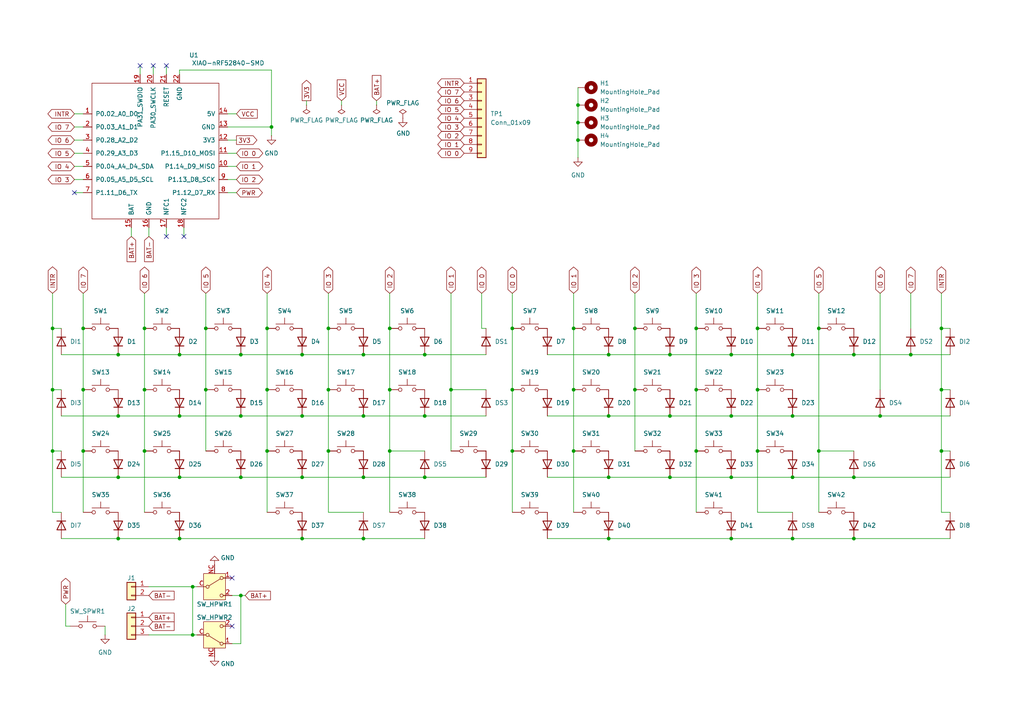
<source format=kicad_sch>
(kicad_sch (version 20250114) (generator "eeschema") (generator_version "9.0")
  (paper "A4")
  (title_block (title "n40a8c") (date "2025-04-17") (rev "1.0"))
  (junction (at 95.25 113.03))
  (junction (at 166.37 113.03))
  (junction (at 41.91 95.25))
  (junction (at 15.24 113.03))
  (junction (at 194.31 102.87))
  (junction (at 148.59 95.25))
  (junction (at 24.13 95.25))
  (junction (at 52.07 120.65))
  (junction (at 148.59 113.03))
  (junction (at 166.37 95.25))
  (junction (at 237.49 95.25))
  (junction (at 77.47 113.03))
  (junction (at 34.29 120.65))
  (junction (at 52.07 138.43))
  (junction (at 24.13 113.03))
  (junction (at 184.15 95.25))
  (junction (at 105.41 138.43))
  (junction (at 15.24 95.25))
  (junction (at 201.93 113.03))
  (junction (at 113.03 95.25))
  (junction (at 55.88 184.15))
  (junction (at 247.65 138.43))
  (junction (at 219.71 130.81))
  (junction (at 59.69 113.03))
  (junction (at 34.29 156.21))
  (junction (at 123.19 138.43))
  (junction (at 41.91 113.03))
  (junction (at 212.09 156.21))
  (junction (at 237.49 130.81))
  (junction (at 87.63 156.21))
  (junction (at 123.19 120.65))
  (junction (at 87.63 102.87))
  (junction (at 273.05 95.25))
  (junction (at 105.41 102.87))
  (junction (at 34.29 138.43))
  (junction (at 229.87 102.87))
  (junction (at 148.59 130.81))
  (junction (at 273.05 130.81))
  (junction (at 105.41 156.21))
  (junction (at 167.64 35.56))
  (junction (at 69.85 138.43))
  (junction (at 176.53 156.21))
  (junction (at 34.29 102.87))
  (junction (at 229.87 120.65))
  (junction (at 176.53 102.87))
  (junction (at 167.64 30.48))
  (junction (at 212.09 102.87))
  (junction (at 87.63 120.65))
  (junction (at 77.47 95.25))
  (junction (at 52.07 102.87))
  (junction (at 15.24 130.81))
  (junction (at 78.74 36.83))
  (junction (at 24.13 130.81))
  (junction (at 247.65 156.21))
  (junction (at 69.85 172.72))
  (junction (at 201.93 130.81))
  (junction (at 166.37 130.81))
  (junction (at 55.88 170.18))
  (junction (at 87.63 138.43))
  (junction (at 176.53 138.43))
  (junction (at 105.41 120.65))
  (junction (at 123.19 102.87))
  (junction (at 77.47 130.81))
  (junction (at 194.31 120.65))
  (junction (at 194.31 138.43))
  (junction (at 41.91 130.81))
  (junction (at 59.69 95.25))
  (junction (at 229.87 156.21))
  (junction (at 273.05 113.03))
  (junction (at 176.53 120.65))
  (junction (at 255.27 120.65))
  (junction (at 264.16 102.87))
  (junction (at 95.25 95.25))
  (junction (at 247.65 102.87))
  (junction (at 219.71 113.03))
  (junction (at 113.03 130.81))
  (junction (at 113.03 113.03))
  (junction (at 95.25 130.81))
  (junction (at 212.09 138.43))
  (junction (at 219.71 95.25))
  (junction (at 201.93 95.25))
  (junction (at 69.85 102.87))
  (junction (at 184.15 113.03))
  (junction (at 52.07 156.21))
  (junction (at 167.64 40.64))
  (junction (at 212.09 120.65))
  (junction (at 130.81 113.03))
  (junction (at 69.85 120.65))
  (junction (at 229.87 138.43))
  (no_connect (at 48.26 19.05))
  (no_connect (at 67.31 181.61))
  (no_connect (at 53.34 68.58))
  (no_connect (at 67.31 167.64))
  (no_connect (at 40.64 19.05))
  (no_connect (at 48.26 68.58))
  (no_connect (at 21.59 55.88))
  (no_connect (at 44.45 19.05))
  (wire (pts (xy 78.74 36.83) (xy 78.74 39.37)))
  (wire (pts (xy 66.04 44.45) (xy 68.58 44.45)))
  (wire (pts (xy 95.25 95.25) (xy 95.25 113.03)))
  (wire (pts (xy 59.69 95.25) (xy 59.69 113.03)))
  (wire (pts (xy 109.22 30.48) (xy 109.22 29.21)))
  (wire (pts (xy 123.19 130.81) (xy 113.03 130.81)))
  (wire (pts (xy 255.27 85.09) (xy 255.27 113.03)))
  (wire (pts (xy 201.93 85.09) (xy 201.93 95.25)))
  (wire (pts (xy 194.31 120.65) (xy 212.09 120.65)))
  (wire (pts (xy 52.07 102.87) (xy 34.29 102.87)))
  (wire (pts (xy 19.05 181.61) (xy 20.32 181.61)))
  (wire (pts (xy 66.04 33.02) (xy 68.58 33.02)))
  (wire (pts (xy 66.04 36.83) (xy 78.74 36.83)))
  (wire (pts (xy 176.53 156.21) (xy 212.09 156.21)))
  (wire (pts (xy 158.75 138.43) (xy 176.53 138.43)))
  (wire (pts (xy 105.41 138.43) (xy 87.63 138.43)))
  (wire (pts (xy 69.85 120.65) (xy 52.07 120.65)))
  (wire (pts (xy 48.26 19.05) (xy 48.26 21.59)))
  (wire (pts (xy 24.13 85.09) (xy 24.13 95.25)))
  (wire (pts (xy 95.25 113.03) (xy 95.25 130.81)))
  (wire (pts (xy 77.47 130.81) (xy 77.47 148.59)))
  (wire (pts (xy 40.64 19.05) (xy 40.64 21.59)))
  (wire (pts (xy 123.19 138.43) (xy 140.97 138.43)))
  (wire (pts (xy 41.91 85.09) (xy 41.91 95.25)))
  (wire (pts (xy 148.59 113.03) (xy 148.59 130.81)))
  (wire (pts (xy 17.78 102.87) (xy 34.29 102.87)))
  (wire (pts (xy 140.97 120.65) (xy 123.19 120.65)))
  (wire (pts (xy 184.15 85.09) (xy 184.15 95.25)))
  (wire (pts (xy 67.31 172.72) (xy 69.85 172.72)))
  (wire (pts (xy 41.91 95.25) (xy 41.91 113.03)))
  (wire (pts (xy 69.85 102.87) (xy 52.07 102.87)))
  (wire (pts (xy 21.59 52.07) (xy 24.13 52.07)))
  (wire (pts (xy 167.64 35.56) (xy 167.64 40.64)))
  (wire (pts (xy 24.13 130.81) (xy 24.13 148.59)))
  (wire (pts (xy 87.63 102.87) (xy 69.85 102.87)))
  (wire (pts (xy 77.47 95.25) (xy 77.47 113.03)))
  (wire (pts (xy 273.05 85.09) (xy 273.05 95.25)))
  (wire (pts (xy 66.04 48.26) (xy 68.58 48.26)))
  (wire (pts (xy 229.87 156.21) (xy 247.65 156.21)))
  (wire (pts (xy 48.26 66.04) (xy 48.26 68.58)))
  (wire (pts (xy 21.59 40.64) (xy 24.13 40.64)))
  (wire (pts (xy 237.49 130.81) (xy 237.49 148.59)))
  (wire (pts (xy 15.24 130.81) (xy 15.24 148.59)))
  (wire (pts (xy 158.75 156.21) (xy 176.53 156.21)))
  (wire (pts (xy 41.91 113.03) (xy 41.91 130.81)))
  (wire (pts (xy 95.25 130.81) (xy 95.25 148.59)))
  (wire (pts (xy 66.04 40.64) (xy 68.58 40.64)))
  (wire (pts (xy 77.47 113.03) (xy 77.47 130.81)))
  (wire (pts (xy 148.59 95.25) (xy 148.59 113.03)))
  (wire (pts (xy 158.75 120.65) (xy 176.53 120.65)))
  (wire (pts (xy 219.71 95.25) (xy 219.71 113.03)))
  (wire (pts (xy 212.09 156.21) (xy 229.87 156.21)))
  (wire (pts (xy 55.88 170.18) (xy 57.15 170.18)))
  (wire (pts (xy 275.59 130.81) (xy 273.05 130.81)))
  (wire (pts (xy 229.87 102.87) (xy 247.65 102.87)))
  (wire (pts (xy 43.18 170.18) (xy 55.88 170.18)))
  (wire (pts (xy 229.87 120.65) (xy 255.27 120.65)))
  (wire (pts (xy 139.7 85.09) (xy 139.7 95.25)))
  (wire (pts (xy 275.59 148.59) (xy 273.05 148.59)))
  (wire (pts (xy 275.59 95.25) (xy 273.05 95.25)))
  (wire (pts (xy 194.31 138.43) (xy 212.09 138.43)))
  (wire (pts (xy 255.27 120.65) (xy 275.59 120.65)))
  (wire (pts (xy 237.49 95.25) (xy 237.49 130.81)))
  (wire (pts (xy 113.03 95.25) (xy 113.03 113.03)))
  (wire (pts (xy 59.69 85.09) (xy 59.69 95.25)))
  (wire (pts (xy 219.71 113.03) (xy 219.71 130.81)))
  (wire (pts (xy 166.37 95.25) (xy 166.37 113.03)))
  (wire (pts (xy 264.16 85.09) (xy 264.16 95.25)))
  (wire (pts (xy 77.47 85.09) (xy 77.47 95.25)))
  (wire (pts (xy 166.37 85.09) (xy 166.37 95.25)))
  (wire (pts (xy 273.05 130.81) (xy 273.05 148.59)))
  (wire (pts (xy 66.04 52.07) (xy 68.58 52.07)))
  (wire (pts (xy 139.7 95.25) (xy 140.97 95.25)))
  (wire (pts (xy 21.59 36.83) (xy 24.13 36.83)))
  (wire (pts (xy 105.41 156.21) (xy 123.19 156.21)))
  (wire (pts (xy 17.78 156.21) (xy 34.29 156.21)))
  (wire (pts (xy 99.06 30.48) (xy 99.06 29.21)))
  (wire (pts (xy 273.05 113.03) (xy 273.05 130.81)))
  (wire (pts (xy 52.07 138.43) (xy 34.29 138.43)))
  (wire (pts (xy 52.07 20.32) (xy 78.74 20.32)))
  (wire (pts (xy 247.65 156.21) (xy 275.59 156.21)))
  (wire (pts (xy 130.81 113.03) (xy 130.81 130.81)))
  (wire (pts (xy 247.65 102.87) (xy 264.16 102.87)))
  (wire (pts (xy 95.25 85.09) (xy 95.25 95.25)))
  (wire (pts (xy 59.69 113.03) (xy 59.69 130.81)))
  (wire (pts (xy 21.59 44.45) (xy 24.13 44.45)))
  (wire (pts (xy 15.24 95.25) (xy 17.78 95.25)))
  (wire (pts (xy 55.88 184.15) (xy 57.15 184.15)))
  (wire (pts (xy 66.04 55.88) (xy 68.58 55.88)))
  (wire (pts (xy 30.48 181.61) (xy 30.48 184.15)))
  (wire (pts (xy 15.24 130.81) (xy 17.78 130.81)))
  (wire (pts (xy 176.53 138.43) (xy 194.31 138.43)))
  (wire (pts (xy 167.64 40.64) (xy 167.64 45.72)))
  (wire (pts (xy 105.41 148.59) (xy 95.25 148.59)))
  (wire (pts (xy 78.74 20.32) (xy 78.74 36.83)))
  (wire (pts (xy 55.88 170.18) (xy 55.88 184.15)))
  (wire (pts (xy 52.07 156.21) (xy 87.63 156.21)))
  (wire (pts (xy 21.59 33.02) (xy 24.13 33.02)))
  (wire (pts (xy 229.87 138.43) (xy 247.65 138.43)))
  (wire (pts (xy 247.65 138.43) (xy 275.59 138.43)))
  (wire (pts (xy 148.59 85.09) (xy 148.59 95.25)))
  (wire (pts (xy 219.71 130.81) (xy 219.71 148.59)))
  (wire (pts (xy 201.93 95.25) (xy 201.93 113.03)))
  (wire (pts (xy 53.34 66.04) (xy 53.34 68.58)))
  (wire (pts (xy 43.18 66.04) (xy 43.18 68.58)))
  (wire (pts (xy 41.91 130.81) (xy 41.91 148.59)))
  (wire (pts (xy 219.71 148.59) (xy 229.87 148.59)))
  (wire (pts (xy 21.59 55.88) (xy 24.13 55.88)))
  (wire (pts (xy 105.41 138.43) (xy 123.19 138.43)))
  (wire (pts (xy 219.71 85.09) (xy 219.71 95.25)))
  (wire (pts (xy 69.85 172.72) (xy 71.12 172.72)))
  (wire (pts (xy 43.18 184.15) (xy 55.88 184.15)))
  (wire (pts (xy 113.03 85.09) (xy 113.03 95.25)))
  (wire (pts (xy 17.78 138.43) (xy 34.29 138.43)))
  (wire (pts (xy 52.07 120.65) (xy 34.29 120.65)))
  (wire (pts (xy 88.9 29.21) (xy 88.9 30.48)))
  (wire (pts (xy 24.13 113.03) (xy 24.13 130.81)))
  (wire (pts (xy 87.63 156.21) (xy 105.41 156.21)))
  (wire (pts (xy 184.15 113.03) (xy 184.15 130.81)))
  (wire (pts (xy 201.93 113.03) (xy 201.93 130.81)))
  (wire (pts (xy 212.09 102.87) (xy 229.87 102.87)))
  (wire (pts (xy 167.64 25.4) (xy 167.64 30.48)))
  (wire (pts (xy 264.16 102.87) (xy 275.59 102.87)))
  (wire (pts (xy 237.49 85.09) (xy 237.49 95.25)))
  (wire (pts (xy 194.31 102.87) (xy 212.09 102.87)))
  (wire (pts (xy 87.63 138.43) (xy 69.85 138.43)))
  (wire (pts (xy 34.29 156.21) (xy 52.07 156.21)))
  (wire (pts (xy 212.09 138.43) (xy 229.87 138.43)))
  (wire (pts (xy 123.19 102.87) (xy 105.41 102.87)))
  (wire (pts (xy 105.41 102.87) (xy 87.63 102.87)))
  (wire (pts (xy 184.15 95.25) (xy 184.15 113.03)))
  (wire (pts (xy 212.09 120.65) (xy 229.87 120.65)))
  (wire (pts (xy 273.05 95.25) (xy 273.05 113.03)))
  (wire (pts (xy 166.37 130.81) (xy 166.37 148.59)))
  (wire (pts (xy 15.24 113.03) (xy 17.78 113.03)))
  (wire (pts (xy 38.1 66.04) (xy 38.1 68.58)))
  (wire (pts (xy 15.24 113.03) (xy 15.24 130.81)))
  (wire (pts (xy 67.31 186.69) (xy 69.85 186.69)))
  (wire (pts (xy 69.85 138.43) (xy 52.07 138.43)))
  (wire (pts (xy 15.24 95.25) (xy 15.24 113.03)))
  (wire (pts (xy 113.03 113.03) (xy 113.03 130.81)))
  (wire (pts (xy 24.13 95.25) (xy 24.13 113.03)))
  (wire (pts (xy 19.05 175.26) (xy 19.05 181.61)))
  (wire (pts (xy 15.24 85.09) (xy 15.24 95.25)))
  (wire (pts (xy 15.24 148.59) (xy 17.78 148.59)))
  (wire (pts (xy 123.19 120.65) (xy 105.41 120.65)))
  (wire (pts (xy 21.59 48.26) (xy 24.13 48.26)))
  (wire (pts (xy 113.03 130.81) (xy 113.03 148.59)))
  (wire (pts (xy 176.53 102.87) (xy 194.31 102.87)))
  (wire (pts (xy 140.97 113.03) (xy 130.81 113.03)))
  (wire (pts (xy 105.41 120.65) (xy 87.63 120.65)))
  (wire (pts (xy 201.93 130.81) (xy 201.93 148.59)))
  (wire (pts (xy 69.85 172.72) (xy 69.85 186.69)))
  (wire (pts (xy 167.64 30.48) (xy 167.64 35.56)))
  (wire (pts (xy 166.37 113.03) (xy 166.37 130.81)))
  (wire (pts (xy 148.59 130.81) (xy 148.59 148.59)))
  (wire (pts (xy 87.63 120.65) (xy 69.85 120.65)))
  (wire (pts (xy 52.07 21.59) (xy 52.07 20.32)))
  (wire (pts (xy 275.59 113.03) (xy 273.05 113.03)))
  (wire (pts (xy 140.97 102.87) (xy 123.19 102.87)))
  (wire (pts (xy 158.75 102.87) (xy 176.53 102.87)))
  (wire (pts (xy 237.49 130.81) (xy 247.65 130.81)))
  (wire (pts (xy 130.81 85.09) (xy 130.81 113.03)))
  (wire (pts (xy 44.45 19.05) (xy 44.45 21.59)))
  (wire (pts (xy 176.53 120.65) (xy 194.31 120.65)))
  (wire (pts (xy 17.78 120.65) (xy 34.29 120.65)))
  (global_label "IO 0" (shape bidirectional) (at 139.7 85.09 90) (property "Intersheetrefs" "${INTERSHEET_REFS}" (effects (hide yes))))
  (global_label "IO 7" (shape bidirectional) (at 24.13 85.09 90) (property "Intersheetrefs" "${INTERSHEET_REFS}" (effects (hide yes))))
  (global_label "IO 3" (shape bidirectional) (at 21.59 52.07 180) (property "Intersheetrefs" "${INTERSHEET_REFS}" (effects (hide yes))))
  (global_label "IO 1" (shape bidirectional) (at 166.37 85.09 90) (property "Intersheetrefs" "${INTERSHEET_REFS}" (effects (hide yes))))
  (global_label "IO 3" (shape bidirectional) (at 134.62 36.83 180) (property "Intersheetrefs" "${INTERSHEET_REFS}" (effects (hide yes))))
  (global_label "BAT+" (shape input) (at 109.22 29.21 90) (property "Intersheetrefs" "${INTERSHEET_REFS}" (effects (hide yes))))
  (global_label "PWR" (shape bidirectional) (at 68.58 55.88 0) (property "Intersheetrefs" "${INTERSHEET_REFS}" (effects (hide yes))))
  (global_label "BAT-" (shape input) (at 43.18 181.61 0) (property "Intersheetrefs" "${INTERSHEET_REFS}" (effects (hide yes))))
  (global_label "IO 0" (shape bidirectional) (at 68.58 44.45 0) (property "Intersheetrefs" "${INTERSHEET_REFS}" (effects (hide yes))))
  (global_label "IO 2" (shape bidirectional) (at 68.58 52.07 0) (property "Intersheetrefs" "${INTERSHEET_REFS}" (effects (hide yes))))
  (global_label "IO 0" (shape bidirectional) (at 134.62 44.45 180) (property "Intersheetrefs" "${INTERSHEET_REFS}" (effects (hide yes))))
  (global_label "INTR" (shape bidirectional) (at 15.24 85.09 90) (property "Intersheetrefs" "${INTERSHEET_REFS}" (effects (hide yes))))
  (global_label "IO 4" (shape bidirectional) (at 219.71 85.09 90) (property "Intersheetrefs" "${INTERSHEET_REFS}" (effects (hide yes))))
  (global_label "IO 3" (shape bidirectional) (at 201.93 85.09 90) (property "Intersheetrefs" "${INTERSHEET_REFS}" (effects (hide yes))))
  (global_label "INTR" (shape bidirectional) (at 134.62 24.13 180) (property "Intersheetrefs" "${INTERSHEET_REFS}" (effects (hide yes))))
  (global_label "IO 6" (shape bidirectional) (at 134.62 29.21 180) (property "Intersheetrefs" "${INTERSHEET_REFS}" (effects (hide yes))))
  (global_label "IO 6" (shape bidirectional) (at 255.27 85.09 90) (property "Intersheetrefs" "${INTERSHEET_REFS}" (effects (hide yes))))
  (global_label "BAT-" (shape input) (at 43.18 172.72 0) (property "Intersheetrefs" "${INTERSHEET_REFS}" (effects (hide yes))))
  (global_label "IO 2" (shape bidirectional) (at 134.62 39.37 180) (property "Intersheetrefs" "${INTERSHEET_REFS}" (effects (hide yes))))
  (global_label "IO 2" (shape bidirectional) (at 184.15 85.09 90) (property "Intersheetrefs" "${INTERSHEET_REFS}" (effects (hide yes))))
  (global_label "IO 6" (shape bidirectional) (at 41.91 85.09 90) (property "Intersheetrefs" "${INTERSHEET_REFS}" (effects (hide yes))))
  (global_label "IO 5" (shape bidirectional) (at 21.59 44.45 180) (property "Intersheetrefs" "${INTERSHEET_REFS}" (effects (hide yes))))
  (global_label "INTR" (shape bidirectional) (at 273.05 85.09 90) (property "Intersheetrefs" "${INTERSHEET_REFS}" (effects (hide yes))))
  (global_label "IO 5" (shape bidirectional) (at 134.62 31.75 180) (property "Intersheetrefs" "${INTERSHEET_REFS}" (effects (hide yes))))
  (global_label "IO 5" (shape bidirectional) (at 237.49 85.09 90) (property "Intersheetrefs" "${INTERSHEET_REFS}" (effects (hide yes))))
  (global_label "IO 7" (shape bidirectional) (at 134.62 26.67 180) (property "Intersheetrefs" "${INTERSHEET_REFS}" (effects (hide yes))))
  (global_label "VCC" (shape input) (at 68.58 33.02 0) (property "Intersheetrefs" "${INTERSHEET_REFS}" (effects (hide yes))))
  (global_label "IO 7" (shape bidirectional) (at 264.16 85.09 90) (property "Intersheetrefs" "${INTERSHEET_REFS}" (effects (hide yes))))
  (global_label "IO 3" (shape bidirectional) (at 95.25 85.09 90) (property "Intersheetrefs" "${INTERSHEET_REFS}" (effects (hide yes))))
  (global_label "IO 4" (shape bidirectional) (at 134.62 34.29 180) (property "Intersheetrefs" "${INTERSHEET_REFS}" (effects (hide yes))))
  (global_label "BAT+" (shape input) (at 43.18 179.07 0) (property "Intersheetrefs" "${INTERSHEET_REFS}" (effects (hide yes))))
  (global_label "IO 6" (shape bidirectional) (at 21.59 40.64 180) (property "Intersheetrefs" "${INTERSHEET_REFS}" (effects (hide yes))))
  (global_label "PWR" (shape bidirectional) (at 19.05 175.26 90) (property "Intersheetrefs" "${INTERSHEET_REFS}" (effects (hide yes))))
  (global_label "3V3" (shape output) (at 88.9 29.21 90) (property "Intersheetrefs" "${INTERSHEET_REFS}" (effects (hide yes))))
  (global_label "INTR" (shape bidirectional) (at 21.59 33.02 180) (property "Intersheetrefs" "${INTERSHEET_REFS}" (effects (hide yes))))
  (global_label "IO 0" (shape bidirectional) (at 148.59 85.09 90) (property "Intersheetrefs" "${INTERSHEET_REFS}" (effects (hide yes))))
  (global_label "VCC" (shape input) (at 99.06 29.21 90) (property "Intersheetrefs" "${INTERSHEET_REFS}" (effects (hide yes))))
  (global_label "BAT+" (shape input) (at 38.1 68.58 270) (property "Intersheetrefs" "${INTERSHEET_REFS}" (effects (hide yes))))
  (global_label "BAT-" (shape input) (at 43.18 68.58 270) (property "Intersheetrefs" "${INTERSHEET_REFS}" (effects (hide yes))))
  (global_label "IO 4" (shape bidirectional) (at 21.59 48.26 180) (property "Intersheetrefs" "${INTERSHEET_REFS}" (effects (hide yes))))
  (global_label "IO 2" (shape bidirectional) (at 113.03 85.09 90) (property "Intersheetrefs" "${INTERSHEET_REFS}" (effects (hide yes))))
  (global_label "IO 1" (shape bidirectional) (at 134.62 41.91 180) (property "Intersheetrefs" "${INTERSHEET_REFS}" (effects (hide yes))))
  (global_label "IO 5" (shape bidirectional) (at 59.69 85.09 90) (property "Intersheetrefs" "${INTERSHEET_REFS}" (effects (hide yes))))
  (global_label "BAT+" (shape input) (at 71.12 172.72 0) (property "Intersheetrefs" "${INTERSHEET_REFS}" (effects (hide yes))))
  (global_label "IO 7" (shape bidirectional) (at 21.59 36.83 180) (property "Intersheetrefs" "${INTERSHEET_REFS}" (effects (hide yes))))
  (global_label "IO 4" (shape bidirectional) (at 77.47 85.09 90) (property "Intersheetrefs" "${INTERSHEET_REFS}" (effects (hide yes))))
  (global_label "IO 1" (shape bidirectional) (at 68.58 48.26 0) (property "Intersheetrefs" "${INTERSHEET_REFS}" (effects (hide yes))))
  (global_label "3V3" (shape output) (at 68.58 40.64 0) (property "Intersheetrefs" "${INTERSHEET_REFS}" (effects (hide yes))))
  (global_label "IO 1" (shape bidirectional) (at 130.81 85.09 90) (property "Intersheetrefs" "${INTERSHEET_REFS}" (effects (hide yes))))
  (symbol (lib_id "power:PWR_FLAG") (at 109.22 30.48 180) (unit 1)
    (property "Reference" "#FLG03" (effects (hide yes)))
    (property "Value" "PWR_FLAG" (at 109.22 34.8742 0))
  )
  (symbol (lib_id "power:GND") (at 116.84 34.29 0) (unit 1)
    (property "Reference" "#PWR01" (effects (hide yes)))
    (property "Value" "GND" (at 116.967 38.6842 0))
  )
  (symbol (lib_id "power:PWR_FLAG") (at 116.84 34.29 0) (unit 1)
    (property "Reference" "#FLG04" (effects (hide yes)))
    (property "Value" "PWR_FLAG" (at 116.84 29.8704 0))
  )
  (symbol (lib_id "power:PWR_FLAG") (at 99.06 30.48 180) (unit 1)
    (property "Reference" "#FLG02" (effects (hide yes)))
    (property "Value" "PWR_FLAG" (at 99.06 34.8742 0))
  )
  (symbol (lib_id "Diode:1N4148W") (at 275.59 152.4 270) (unit 1)
    (property "Reference" "DI8" (at 278.13 152.3999 90) (effects (justify left)))
    (property "Value" "1N4148W" (effects (hide yes)))
    (property "Footprint" "Diode_SMD:D_SOD-123" (effects (hide yes)))
    (property "Datasheet" "https://www.vishay.com/docs/85748/1n4148w.pdf" (effects (hide yes)))
    (property "Description" "75V 0.15A Fast Switching Diode, SOD-123" (effects (hide yes)))
    (property "Sim.Device" "D" (effects (hide yes)))
    (property "Sim.Pins" "1=K 2=A" (effects (hide yes)))
  )
  (symbol (lib_id "Diode:1N4148W") (at 52.07 134.62 90) (unit 1)
    (property "Reference" "D25" (at 54.61 134.6199 90) (effects (justify right)))
    (property "Value" "1N4148W" (effects (hide yes)))
    (property "Footprint" "Diode_SMD:D_SOD-123" (effects (hide yes)))
    (property "Datasheet" "https://www.vishay.com/docs/85748/1n4148w.pdf" (effects (hide yes)))
    (property "Description" "75V 0.15A Fast Switching Diode, SOD-123" (effects (hide yes)))
    (property "Sim.Device" "D" (effects (hide yes)))
    (property "Sim.Pins" "1=K 2=A" (effects (hide yes)))
  )
  (symbol (lib_id "Diode:1N4148W") (at 140.97 116.84 270) (unit 1)
    (property "Reference" "DS3" (at 143.51 116.8399 90) (effects (justify left)))
    (property "Value" "1N4148W" (effects (hide yes)))
    (property "Footprint" "Diode_SMD:D_SOD-123" (effects (hide yes)))
    (property "Datasheet" "https://www.vishay.com/docs/85748/1n4148w.pdf" (effects (hide yes)))
    (property "Description" "75V 0.15A Fast Switching Diode, SOD-123" (effects (hide yes)))
    (property "Sim.Device" "D" (effects (hide yes)))
    (property "Sim.Pins" "1=K 2=A" (effects (hide yes)))
  )
  (symbol (lib_id "Mechanical:MountingHole_Pad") (at 170.18 25.4 270) (unit 1) (in_bom no)
    (property "Reference" "H1" (at 173.99 24.1299 90) (effects (justify left)))
    (property "Value" "MountingHole_Pad" (at 173.99 26.6699 90) (effects (justify left)))
    (property "Footprint" "cscslib:MountingHole_M3_plating_truss" (effects (hide yes)))
    (property "Description" "Mounting Hole with connection" (effects (hide yes)))
  )
  (symbol (lib_id "Diode:1N4148W") (at 140.97 99.06 270) (unit 1)
    (property "Reference" "DS1" (at 143.51 99.0599 90) (effects (justify left)))
    (property "Value" "1N4148W" (effects (hide yes)))
    (property "Footprint" "Diode_SMD:D_SOD-123" (effects (hide yes)))
    (property "Datasheet" "https://www.vishay.com/docs/85748/1n4148w.pdf" (effects (hide yes)))
    (property "Description" "75V 0.15A Fast Switching Diode, SOD-123" (effects (hide yes)))
    (property "Sim.Device" "D" (effects (hide yes)))
    (property "Sim.Pins" "1=K 2=A" (effects (hide yes)))
  )
  (symbol (lib_id "Diode:1N4148W") (at 87.63 99.06 90) (unit 1)
    (property "Reference" "D4" (at 90.17 99.0599 90) (effects (justify right)))
    (property "Value" "1N4148W" (effects (hide yes)))
    (property "Footprint" "Diode_SMD:D_SOD-123" (effects (hide yes)))
    (property "Datasheet" "https://www.vishay.com/docs/85748/1n4148w.pdf" (effects (hide yes)))
    (property "Description" "75V 0.15A Fast Switching Diode, SOD-123" (effects (hide yes)))
    (property "Sim.Device" "D" (effects (hide yes)))
    (property "Sim.Pins" "1=K 2=A" (effects (hide yes)))
  )
  (symbol (lib_id "Diode:1N4148W") (at 275.59 116.84 270) (unit 1)
    (property "Reference" "DI4" (at 278.13 116.8399 90) (effects (justify left)))
    (property "Value" "1N4148W" (effects (hide yes)))
    (property "Footprint" "Diode_SMD:D_SOD-123" (effects (hide yes)))
    (property "Datasheet" "https://www.vishay.com/docs/85748/1n4148w.pdf" (effects (hide yes)))
    (property "Description" "75V 0.15A Fast Switching Diode, SOD-123" (effects (hide yes)))
    (property "Sim.Device" "D" (effects (hide yes)))
    (property "Sim.Pins" "1=K 2=A" (effects (hide yes)))
  )
  (symbol (lib_id "Diode:1N4148W") (at 275.59 134.62 270) (unit 1)
    (property "Reference" "DI6" (at 278.13 134.6199 90) (effects (justify left)))
    (property "Value" "1N4148W" (effects (hide yes)))
    (property "Footprint" "Diode_SMD:D_SOD-123" (effects (hide yes)))
    (property "Datasheet" "https://www.vishay.com/docs/85748/1n4148w.pdf" (effects (hide yes)))
    (property "Description" "75V 0.15A Fast Switching Diode, SOD-123" (effects (hide yes)))
    (property "Sim.Device" "D" (effects (hide yes)))
    (property "Sim.Pins" "1=K 2=A" (effects (hide yes)))
  )
  (symbol (lib_id "cscslib:CPG151101S11") (at 82.55 95.25 0) (unit 1)
    (property "Reference" "SW4" (at 82.55 90.17 0))
    (property "Value" "CPG151101S11-16" (effects (hide yes)))
    (property "Footprint" "cscslib:CPG151101S11_1u" (effects (hide yes)))
    (property "Description" "Mechanical keyboard switches Kailh PCB Socket" (effects (hide yes)))
  )
  (symbol (lib_id "Diode:1N4148W") (at 158.75 116.84 90) (unit 1)
    (property "Reference" "D19" (at 161.29 116.8399 90) (effects (justify right)))
    (property "Value" "1N4148W" (effects (hide yes)))
    (property "Footprint" "Diode_SMD:D_SOD-123" (effects (hide yes)))
    (property "Datasheet" "https://www.vishay.com/docs/85748/1n4148w.pdf" (effects (hide yes)))
    (property "Description" "75V 0.15A Fast Switching Diode, SOD-123" (effects (hide yes)))
    (property "Sim.Device" "D" (effects (hide yes)))
    (property "Sim.Pins" "1=K 2=A" (effects (hide yes)))
  )
  (symbol (lib_id "cscslib:CPG151101S11") (at 25.4 181.61 0) (mirror y) (unit 1)
    (property "Reference" "SW_SPWR1" (at 25.4 177.292 0))
    (property "Value" "SW_SPWR" (effects (hide yes)))
    (property "Footprint" "cscslib:THBP07-043C" (effects (hide yes)))
    (property "Description" "Mechanical keyboard switches Kailh PCB Socket" (effects (hide yes)))
  )
  (symbol (lib_id "cscslib:CPG151101S11") (at 224.79 95.25 0) (unit 1)
    (property "Reference" "SW11" (at 224.79 90.17 0))
    (property "Value" "CPG151101S11-16" (effects (hide yes)))
    (property "Footprint" "cscslib:CPG151101S11_1u" (effects (hide yes)))
    (property "Description" "Mechanical keyboard switches Kailh PCB Socket" (effects (hide yes)))
  )
  (symbol (lib_id "Diode:1N4148W") (at 52.07 116.84 90) (unit 1)
    (property "Reference" "D14" (at 54.61 116.8399 90) (effects (justify right)))
    (property "Value" "1N4148W" (effects (hide yes)))
    (property "Footprint" "Diode_SMD:D_SOD-123" (effects (hide yes)))
    (property "Datasheet" "https://www.vishay.com/docs/85748/1n4148w.pdf" (effects (hide yes)))
    (property "Description" "75V 0.15A Fast Switching Diode, SOD-123" (effects (hide yes)))
    (property "Sim.Device" "D" (effects (hide yes)))
    (property "Sim.Pins" "1=K 2=A" (effects (hide yes)))
  )
  (symbol (lib_id "Diode:1N4148W") (at 229.87 116.84 90) (unit 1)
    (property "Reference" "D23" (at 232.41 116.8399 90) (effects (justify right)))
    (property "Value" "1N4148W" (effects (hide yes)))
    (property "Footprint" "Diode_SMD:D_SOD-123" (effects (hide yes)))
    (property "Datasheet" "https://www.vishay.com/docs/85748/1n4148w.pdf" (effects (hide yes)))
    (property "Description" "75V 0.15A Fast Switching Diode, SOD-123" (effects (hide yes)))
    (property "Sim.Device" "D" (effects (hide yes)))
    (property "Sim.Pins" "1=K 2=A" (effects (hide yes)))
  )
  (symbol (lib_id "cscslib:CPG151101S11") (at 242.57 95.25 0) (unit 1)
    (property "Reference" "SW12" (at 242.57 90.17 0))
    (property "Value" "CPG151101S11-16" (effects (hide yes)))
    (property "Footprint" "cscslib:CPG151101S11_1.5u" (effects (hide yes)))
    (property "Description" "Mechanical keyboard switches Kailh PCB Socket" (effects (hide yes)))
  )
  (symbol (lib_id "cscslib:CPG151101S11") (at 100.33 113.03 0) (unit 1)
    (property "Reference" "SW17" (at 100.33 107.95 0))
    (property "Value" "CPG151101S11-16" (effects (hide yes)))
    (property "Footprint" "cscslib:CPG151101S11_1u" (effects (hide yes)))
    (property "Description" "Mechanical keyboard switches Kailh PCB Socket" (effects (hide yes)))
  )
  (symbol (lib_id "Connector_Generic:Conn_01x02") (at 38.1 170.18 0) (mirror y) (unit 1)
    (property "Reference" "J1" (at 38.1 167.64 0))
    (property "Value" "Conn_01x02" (effects (hide yes)))
    (property "Footprint" "Connector_JST:JST_PH_S2B-PH-K_1x02_P2.00mm_Horizontal" (effects (hide yes)))
    (property "Description" "Generic connector, single row, 01x02, script generated (kicad-library-utils/schlib/autogen/connector/)" (effects (hide yes)))
  )
  (symbol (lib_id "Diode:1N4148W") (at 247.65 134.62 270) (unit 1)
    (property "Reference" "DS6" (at 250.19 134.6199 90) (effects (justify left)))
    (property "Value" "1N4148W" (effects (hide yes)))
    (property "Footprint" "Diode_SMD:D_SOD-123" (effects (hide yes)))
    (property "Datasheet" "https://www.vishay.com/docs/85748/1n4148w.pdf" (effects (hide yes)))
    (property "Description" "75V 0.15A Fast Switching Diode, SOD-123" (effects (hide yes)))
    (property "Sim.Device" "D" (effects (hide yes)))
    (property "Sim.Pins" "1=K 2=A" (effects (hide yes)))
  )
  (symbol (lib_id "Diode:1N4148W") (at 52.07 152.4 90) (unit 1)
    (property "Reference" "D36" (at 54.61 152.3999 90) (effects (justify right)))
    (property "Value" "1N4148W" (effects (hide yes)))
    (property "Footprint" "Diode_SMD:D_SOD-123" (effects (hide yes)))
    (property "Datasheet" "https://www.vishay.com/docs/85748/1n4148w.pdf" (effects (hide yes)))
    (property "Description" "75V 0.15A Fast Switching Diode, SOD-123" (effects (hide yes)))
    (property "Sim.Device" "D" (effects (hide yes)))
    (property "Sim.Pins" "1=K 2=A" (effects (hide yes)))
  )
  (symbol (lib_id "cscslib:CPG151101S11") (at 100.33 95.25 0) (unit 1)
    (property "Reference" "SW5" (at 100.33 90.17 0))
    (property "Value" "CPG151101S11-16" (effects (hide yes)))
    (property "Footprint" "cscslib:CPG151101S11_1u" (effects (hide yes)))
    (property "Description" "Mechanical keyboard switches Kailh PCB Socket" (effects (hide yes)))
  )
  (symbol (lib_id "cscslib:CPG151101S11") (at 171.45 95.25 0) (unit 1)
    (property "Reference" "SW8" (at 171.45 90.17 0))
    (property "Value" "CPG151101S11-16" (effects (hide yes)))
    (property "Footprint" "cscslib:CPG151101S11_1u" (effects (hide yes)))
    (property "Description" "Mechanical keyboard switches Kailh PCB Socket" (effects (hide yes)))
  )
  (symbol (lib_id "Diode:1N4148W") (at 229.87 99.06 90) (unit 1)
    (property "Reference" "D11" (at 232.41 99.0599 90) (effects (justify right)))
    (property "Value" "1N4148W" (effects (hide yes)))
    (property "Footprint" "Diode_SMD:D_SOD-123" (effects (hide yes)))
    (property "Datasheet" "https://www.vishay.com/docs/85748/1n4148w.pdf" (effects (hide yes)))
    (property "Description" "75V 0.15A Fast Switching Diode, SOD-123" (effects (hide yes)))
    (property "Sim.Device" "D" (effects (hide yes)))
    (property "Sim.Pins" "1=K 2=A" (effects (hide yes)))
  )
  (symbol (lib_id "Diode:1N4148W") (at 194.31 134.62 90) (unit 1)
    (property "Reference" "D32" (at 196.85 134.6199 90) (effects (justify right)))
    (property "Value" "1N4148W" (effects (hide yes)))
    (property "Footprint" "Diode_SMD:D_SOD-123" (effects (hide yes)))
    (property "Datasheet" "https://www.vishay.com/docs/85748/1n4148w.pdf" (effects (hide yes)))
    (property "Description" "75V 0.15A Fast Switching Diode, SOD-123" (effects (hide yes)))
    (property "Sim.Device" "D" (effects (hide yes)))
    (property "Sim.Pins" "1=K 2=A" (effects (hide yes)))
  )
  (symbol (lib_id "cscslib:CPG151101S11") (at 135.89 130.81 0) (unit 1)
    (property "Reference" "SW29" (at 135.89 125.73 0))
    (property "Value" "CPG151101S11-16" (effects (hide yes)))
    (property "Footprint" "cscslib:CPG151101S11_1u" (effects (hide yes)))
    (property "Description" "Mechanical keyboard switches Kailh PCB Socket" (effects (hide yes)))
  )
  (symbol (lib_id "Diode:1N4148W") (at 176.53 152.4 90) (unit 1)
    (property "Reference" "D40" (at 179.07 152.3999 90) (effects (justify right)))
    (property "Value" "1N4148W" (effects (hide yes)))
    (property "Footprint" "Diode_SMD:D_SOD-123" (effects (hide yes)))
    (property "Datasheet" "https://www.vishay.com/docs/85748/1n4148w.pdf" (effects (hide yes)))
    (property "Description" "75V 0.15A Fast Switching Diode, SOD-123" (effects (hide yes)))
    (property "Sim.Device" "D" (effects (hide yes)))
    (property "Sim.Pins" "1=K 2=A" (effects (hide yes)))
  )
  (symbol (lib_id "cscslib:CPG151101S11") (at 242.57 148.59 0) (unit 1)
    (property "Reference" "SW42" (at 242.57 143.51 0))
    (property "Value" "CPG151101S11-16" (effects (hide yes)))
    (property "Footprint" "cscslib:CPG151101S11_1.25u" (effects (hide yes)))
    (property "Description" "Mechanical keyboard switches Kailh PCB Socket" (effects (hide yes)))
  )
  (symbol (lib_id "Diode:1N4148W") (at 87.63 152.4 90) (unit 1)
    (property "Reference" "D37" (at 90.17 152.3999 90) (effects (justify right)))
    (property "Value" "1N4148W" (effects (hide yes)))
    (property "Footprint" "Diode_SMD:D_SOD-123" (effects (hide yes)))
    (property "Datasheet" "https://www.vishay.com/docs/85748/1n4148w.pdf" (effects (hide yes)))
    (property "Description" "75V 0.15A Fast Switching Diode, SOD-123" (effects (hide yes)))
    (property "Sim.Device" "D" (effects (hide yes)))
    (property "Sim.Pins" "1=K 2=A" (effects (hide yes)))
  )
  (symbol (lib_id "cscslib:CPG151101S11") (at 153.67 148.59 0) (unit 1)
    (property "Reference" "SW39" (at 153.67 143.51 0))
    (property "Value" "CPG151101S11-16" (effects (hide yes)))
    (property "Footprint" "cscslib:CPG151101S11_2.25u" (effects (hide yes)))
    (property "Description" "Mechanical keyboard switches Kailh PCB Socket" (effects (hide yes)))
  )
  (symbol (lib_id "cscslib:CPG151101S11") (at 29.21 113.03 0) (unit 1)
    (property "Reference" "SW13" (at 29.21 107.95 0))
    (property "Value" "CPG151101S11-16" (effects (hide yes)))
    (property "Footprint" "cscslib:CPG151101S11_1.75u" (effects (hide yes)))
    (property "Description" "Mechanical keyboard switches Kailh PCB Socket" (effects (hide yes)))
  )
  (symbol (lib_id "Diode:1N4148W") (at 105.41 116.84 90) (unit 1)
    (property "Reference" "D17" (at 107.95 116.8399 90) (effects (justify right)))
    (property "Value" "1N4148W" (effects (hide yes)))
    (property "Footprint" "Diode_SMD:D_SOD-123" (effects (hide yes)))
    (property "Datasheet" "https://www.vishay.com/docs/85748/1n4148w.pdf" (effects (hide yes)))
    (property "Description" "75V 0.15A Fast Switching Diode, SOD-123" (effects (hide yes)))
    (property "Sim.Device" "D" (effects (hide yes)))
    (property "Sim.Pins" "1=K 2=A" (effects (hide yes)))
  )
  (symbol (lib_id "cscslib:CPG151101S11") (at 82.55 113.03 0) (unit 1)
    (property "Reference" "SW16" (at 82.55 107.95 0))
    (property "Value" "CPG151101S11-16" (effects (hide yes)))
    (property "Footprint" "cscslib:CPG151101S11_1u" (effects (hide yes)))
    (property "Description" "Mechanical keyboard switches Kailh PCB Socket" (effects (hide yes)))
  )
  (symbol (lib_id "Diode:1N4148W") (at 52.07 99.06 90) (unit 1)
    (property "Reference" "D2" (at 54.61 99.0599 90) (effects (justify right)))
    (property "Value" "1N4148W" (effects (hide yes)))
    (property "Footprint" "Diode_SMD:D_SOD-123" (effects (hide yes)))
    (property "Datasheet" "https://www.vishay.com/docs/85748/1n4148w.pdf" (effects (hide yes)))
    (property "Description" "75V 0.15A Fast Switching Diode, SOD-123" (effects (hide yes)))
    (property "Sim.Device" "D" (effects (hide yes)))
    (property "Sim.Pins" "1=K 2=A" (effects (hide yes)))
  )
  (symbol (lib_id "power:GND") (at 62.23 190.5 0) (unit 1)
    (property "Reference" "#PWR06" (effects (hide yes)))
    (property "Value" "GND" (at 66.04 192.532 0))
    (property "Description" "Power symbol creates a global label with name \"GND\" , ground" (effects (hide yes)))
  )
  (symbol (lib_id "Diode:1N4148W") (at 105.41 134.62 90) (unit 1)
    (property "Reference" "D28" (at 107.95 134.6199 90) (effects (justify right)))
    (property "Value" "1N4148W" (effects (hide yes)))
    (property "Footprint" "Diode_SMD:D_SOD-123" (effects (hide yes)))
    (property "Datasheet" "https://www.vishay.com/docs/85748/1n4148w.pdf" (effects (hide yes)))
    (property "Description" "75V 0.15A Fast Switching Diode, SOD-123" (effects (hide yes)))
    (property "Sim.Device" "D" (effects (hide yes)))
    (property "Sim.Pins" "1=K 2=A" (effects (hide yes)))
  )
  (symbol (lib_id "Diode:1N4148W") (at 34.29 116.84 90) (unit 1)
    (property "Reference" "D13" (at 36.83 116.8399 90) (effects (justify right)))
    (property "Value" "1N4148W" (effects (hide yes)))
    (property "Footprint" "Diode_SMD:D_SOD-123" (effects (hide yes)))
    (property "Datasheet" "https://www.vishay.com/docs/85748/1n4148w.pdf" (effects (hide yes)))
    (property "Description" "75V 0.15A Fast Switching Diode, SOD-123" (effects (hide yes)))
    (property "Sim.Device" "D" (effects (hide yes)))
    (property "Sim.Pins" "1=K 2=A" (effects (hide yes)))
  )
  (symbol (lib_id "cscslib:CPG151101S11") (at 100.33 130.81 0) (unit 1)
    (property "Reference" "SW28" (at 100.33 125.73 0))
    (property "Value" "CPG151101S11-16" (effects (hide yes)))
    (property "Footprint" "cscslib:CPG151101S11_1u" (effects (hide yes)))
    (property "Description" "Mechanical keyboard switches Kailh PCB Socket" (effects (hide yes)))
  )
  (symbol (lib_id "Diode:1N4148W") (at 17.78 99.06 270) (unit 1)
    (property "Reference" "DI1" (at 20.32 99.0599 90) (effects (justify left)))
    (property "Value" "1N4148W" (effects (hide yes)))
    (property "Footprint" "Diode_SMD:D_SOD-123" (effects (hide yes)))
    (property "Datasheet" "https://www.vishay.com/docs/85748/1n4148w.pdf" (effects (hide yes)))
    (property "Description" "75V 0.15A Fast Switching Diode, SOD-123" (effects (hide yes)))
    (property "Sim.Device" "D" (effects (hide yes)))
    (property "Sim.Pins" "1=K 2=A" (effects (hide yes)))
  )
  (symbol (lib_id "Diode:1N4148W") (at 69.85 134.62 90) (unit 1)
    (property "Reference" "D26" (at 72.39 134.6199 90) (effects (justify right)))
    (property "Value" "1N4148W" (effects (hide yes)))
    (property "Footprint" "Diode_SMD:D_SOD-123" (effects (hide yes)))
    (property "Datasheet" "https://www.vishay.com/docs/85748/1n4148w.pdf" (effects (hide yes)))
    (property "Description" "75V 0.15A Fast Switching Diode, SOD-123" (effects (hide yes)))
    (property "Sim.Device" "D" (effects (hide yes)))
    (property "Sim.Pins" "1=K 2=A" (effects (hide yes)))
  )
  (symbol (lib_id "power:GND") (at 30.48 184.15 0) (unit 1)
    (property "Reference" "#PWR05" (effects (hide yes)))
    (property "Value" "GND" (at 30.48 189.23 0))
    (property "Description" "Power symbol creates a global label with name \"GND\" , ground" (effects (hide yes)))
  )
  (symbol (lib_id "Connector_Generic:Conn_01x09") (at 139.7 34.29 0) (unit 1)
    (property "Reference" "TP1" (at 142.24 33.0199 0) (effects (justify left)))
    (property "Value" "Conn_01x09" (at 142.24 35.5599 0) (effects (justify left)))
    (property "Footprint" "cscslib:PinHeader_1x09_P1.27mm_Conthrough" (effects (hide yes)))
    (property "Description" "Generic connector, single row, 01x09, script generated (kicad-library-utils/schlib/autogen/connector/)" (effects (hide yes)))
  )
  (symbol (lib_id "Diode:1N4148W") (at 247.65 99.06 90) (unit 1)
    (property "Reference" "D12" (at 250.19 99.0599 90) (effects (justify right)))
    (property "Value" "1N4148W" (effects (hide yes)))
    (property "Footprint" "Diode_SMD:D_SOD-123" (effects (hide yes)))
    (property "Datasheet" "https://www.vishay.com/docs/85748/1n4148w.pdf" (effects (hide yes)))
    (property "Description" "75V 0.15A Fast Switching Diode, SOD-123" (effects (hide yes)))
    (property "Sim.Device" "D" (effects (hide yes)))
    (property "Sim.Pins" "1=K 2=A" (effects (hide yes)))
  )
  (symbol (lib_id "cscslib:CPG151101S11") (at 224.79 113.03 0) (unit 1)
    (property "Reference" "SW23" (at 224.79 107.95 0))
    (property "Value" "CPG151101S11-16" (effects (hide yes)))
    (property "Footprint" "cscslib:CPG151101S11_2.25u" (effects (hide yes)))
    (property "Description" "Mechanical keyboard switches Kailh PCB Socket" (effects (hide yes)))
  )
  (symbol (lib_id "Diode:1N4148W") (at 158.75 152.4 90) (unit 1)
    (property "Reference" "D39" (at 161.29 152.3999 90) (effects (justify right)))
    (property "Value" "1N4148W" (effects (hide yes)))
    (property "Footprint" "Diode_SMD:D_SOD-123" (effects (hide yes)))
    (property "Datasheet" "https://www.vishay.com/docs/85748/1n4148w.pdf" (effects (hide yes)))
    (property "Description" "75V 0.15A Fast Switching Diode, SOD-123" (effects (hide yes)))
    (property "Sim.Device" "D" (effects (hide yes)))
    (property "Sim.Pins" "1=K 2=A" (effects (hide yes)))
  )
  (symbol (lib_id "Diode:1N4148W") (at 87.63 116.84 90) (unit 1)
    (property "Reference" "D16" (at 90.17 116.8399 90) (effects (justify right)))
    (property "Value" "1N4148W" (effects (hide yes)))
    (property "Footprint" "Diode_SMD:D_SOD-123" (effects (hide yes)))
    (property "Datasheet" "https://www.vishay.com/docs/85748/1n4148w.pdf" (effects (hide yes)))
    (property "Description" "75V 0.15A Fast Switching Diode, SOD-123" (effects (hide yes)))
    (property "Sim.Device" "D" (effects (hide yes)))
    (property "Sim.Pins" "1=K 2=A" (effects (hide yes)))
  )
  (symbol (lib_id "Diode:1N4148W") (at 212.09 152.4 90) (unit 1)
    (property "Reference" "D41" (at 214.63 152.3999 90) (effects (justify right)))
    (property "Value" "1N4148W" (effects (hide yes)))
    (property "Footprint" "Diode_SMD:D_SOD-123" (effects (hide yes)))
    (property "Datasheet" "https://www.vishay.com/docs/85748/1n4148w.pdf" (effects (hide yes)))
    (property "Description" "75V 0.15A Fast Switching Diode, SOD-123" (effects (hide yes)))
    (property "Sim.Device" "D" (effects (hide yes)))
    (property "Sim.Pins" "1=K 2=A" (effects (hide yes)))
  )
  (symbol (lib_id "cscslib:CPG151101S11") (at 207.01 130.81 0) (unit 1)
    (property "Reference" "SW33" (at 207.01 125.73 0))
    (property "Value" "CPG151101S11-16" (effects (hide yes)))
    (property "Footprint" "cscslib:CPG151101S11_1u" (effects (hide yes)))
    (property "Description" "Mechanical keyboard switches Kailh PCB Socket" (effects (hide yes)))
  )
  (symbol (lib_id "Diode:1N4148W") (at 34.29 99.06 90) (unit 1)
    (property "Reference" "D1" (at 36.83 99.0599 90) (effects (justify right)))
    (property "Value" "1N4148W" (effects (hide yes)))
    (property "Footprint" "Diode_SMD:D_SOD-123" (effects (hide yes)))
    (property "Datasheet" "https://www.vishay.com/docs/85748/1n4148w.pdf" (effects (hide yes)))
    (property "Description" "75V 0.15A Fast Switching Diode, SOD-123" (effects (hide yes)))
    (property "Sim.Device" "D" (effects (hide yes)))
    (property "Sim.Pins" "1=K 2=A" (effects (hide yes)))
  )
  (symbol (lib_id "Diode:1N4148W") (at 17.78 116.84 270) (unit 1)
    (property "Reference" "DI3" (at 20.32 116.8399 90) (effects (justify left)))
    (property "Value" "1N4148W" (effects (hide yes)))
    (property "Footprint" "Diode_SMD:D_SOD-123" (effects (hide yes)))
    (property "Datasheet" "https://www.vishay.com/docs/85748/1n4148w.pdf" (effects (hide yes)))
    (property "Description" "75V 0.15A Fast Switching Diode, SOD-123" (effects (hide yes)))
    (property "Sim.Device" "D" (effects (hide yes)))
    (property "Sim.Pins" "1=K 2=A" (effects (hide yes)))
  )
  (symbol (lib_id "Diode:1N4148W") (at 123.19 116.84 90) (unit 1)
    (property "Reference" "D18" (at 125.73 116.8399 90) (effects (justify right)))
    (property "Value" "1N4148W" (effects (hide yes)))
    (property "Footprint" "Diode_SMD:D_SOD-123" (effects (hide yes)))
    (property "Datasheet" "https://www.vishay.com/docs/85748/1n4148w.pdf" (effects (hide yes)))
    (property "Description" "75V 0.15A Fast Switching Diode, SOD-123" (effects (hide yes)))
    (property "Sim.Device" "D" (effects (hide yes)))
    (property "Sim.Pins" "1=K 2=A" (effects (hide yes)))
  )
  (symbol (lib_id "Connector_Generic:Conn_01x03") (at 38.1 181.61 0) (mirror y) (unit 1)
    (property "Reference" "J2" (at 38.1 176.53 0))
    (property "Value" "Conn_01x03" (effects (hide yes)))
    (property "Footprint" "Connector_PinHeader_2.00mm:PinHeader_1x03_P2.00mm_Vertical" (effects (hide yes)))
    (property "Description" "Generic connector, single row, 01x03, script generated (kicad-library-utils/schlib/autogen/connector/)" (effects (hide yes)))
  )
  (symbol (lib_id "Diode:1N4148W") (at 212.09 116.84 90) (unit 1)
    (property "Reference" "D22" (at 214.63 116.8399 90) (effects (justify right)))
    (property "Value" "1N4148W" (effects (hide yes)))
    (property "Footprint" "Diode_SMD:D_SOD-123" (effects (hide yes)))
    (property "Datasheet" "https://www.vishay.com/docs/85748/1n4148w.pdf" (effects (hide yes)))
    (property "Description" "75V 0.15A Fast Switching Diode, SOD-123" (effects (hide yes)))
    (property "Sim.Device" "D" (effects (hide yes)))
    (property "Sim.Pins" "1=K 2=A" (effects (hide yes)))
  )
  (symbol (lib_id "Diode:1N4148W") (at 229.87 134.62 90) (unit 1)
    (property "Reference" "D34" (at 232.41 134.6199 90) (effects (justify right)))
    (property "Value" "1N4148W" (effects (hide yes)))
    (property "Footprint" "Diode_SMD:D_SOD-123" (effects (hide yes)))
    (property "Datasheet" "https://www.vishay.com/docs/85748/1n4148w.pdf" (effects (hide yes)))
    (property "Description" "75V 0.15A Fast Switching Diode, SOD-123" (effects (hide yes)))
    (property "Sim.Device" "D" (effects (hide yes)))
    (property "Sim.Pins" "1=K 2=A" (effects (hide yes)))
  )
  (symbol (lib_id "Diode:1N4148W") (at 176.53 116.84 90) (unit 1)
    (property "Reference" "D20" (at 179.07 116.8399 90) (effects (justify right)))
    (property "Value" "1N4148W" (effects (hide yes)))
    (property "Footprint" "Diode_SMD:D_SOD-123" (effects (hide yes)))
    (property "Datasheet" "https://www.vishay.com/docs/85748/1n4148w.pdf" (effects (hide yes)))
    (property "Description" "75V 0.15A Fast Switching Diode, SOD-123" (effects (hide yes)))
    (property "Sim.Device" "D" (effects (hide yes)))
    (property "Sim.Pins" "1=K 2=A" (effects (hide yes)))
  )
  (symbol (lib_id "Diode:1N4148W") (at 158.75 99.06 90) (unit 1)
    (property "Reference" "D7" (at 161.29 99.0599 90) (effects (justify right)))
    (property "Value" "1N4148W" (effects (hide yes)))
    (property "Footprint" "Diode_SMD:D_SOD-123" (effects (hide yes)))
    (property "Datasheet" "https://www.vishay.com/docs/85748/1n4148w.pdf" (effects (hide yes)))
    (property "Description" "75V 0.15A Fast Switching Diode, SOD-123" (effects (hide yes)))
    (property "Sim.Device" "D" (effects (hide yes)))
    (property "Sim.Pins" "1=K 2=A" (effects (hide yes)))
  )
  (symbol (lib_id "cscslib:CPG151101S11") (at 189.23 130.81 0) (unit 1)
    (property "Reference" "SW32" (at 189.23 125.73 0))
    (property "Value" "CPG151101S11-16" (effects (hide yes)))
    (property "Footprint" "cscslib:CPG151101S11_1u" (effects (hide yes)))
    (property "Description" "Mechanical keyboard switches Kailh PCB Socket" (effects (hide yes)))
  )
  (symbol (lib_id "cscslib:CPG151101S11") (at 29.21 148.59 0) (unit 1)
    (property "Reference" "SW35" (at 29.21 143.51 0))
    (property "Value" "CPG151101S11-16" (effects (hide yes)))
    (property "Footprint" "cscslib:CPG151101S11_1.25u" (effects (hide yes)))
    (property "Description" "Mechanical keyboard switches Kailh PCB Socket" (effects (hide yes)))
  )
  (symbol (lib_id "Mechanical:MountingHole_Pad") (at 170.18 35.56 270) (unit 1) (in_bom no)
    (property "Reference" "H3" (at 173.99 34.2899 90) (effects (justify left)))
    (property "Value" "MountingHole_Pad" (at 173.99 36.8299 90) (effects (justify left)))
    (property "Footprint" "cscslib:MountingHole_M3_plating_truss" (effects (hide yes)))
    (property "Description" "Mounting Hole with connection" (effects (hide yes)))
  )
  (symbol (lib_id "Mechanical:MountingHole_Pad") (at 170.18 30.48 270) (unit 1) (in_bom no)
    (property "Reference" "H2" (at 173.99 29.2099 90) (effects (justify left)))
    (property "Value" "MountingHole_Pad" (at 173.99 31.7499 90) (effects (justify left)))
    (property "Footprint" "cscslib:MountingHole_M3_plating_truss" (effects (hide yes)))
    (property "Description" "Mounting Hole with connection" (effects (hide yes)))
  )
  (symbol (lib_id "cscslib:CPG151101S11") (at 46.99 130.81 0) (unit 1)
    (property "Reference" "SW25" (at 46.99 125.73 0))
    (property "Value" "CPG151101S11-16" (effects (hide yes)))
    (property "Footprint" "cscslib:CPG151101S11_1u" (effects (hide yes)))
    (property "Description" "Mechanical keyboard switches Kailh PCB Socket" (effects (hide yes)))
  )
  (symbol (lib_id "power:GND") (at 167.64 45.72 0) (unit 1)
    (property "Reference" "#PWR03" (effects (hide yes)))
    (property "Value" "GND" (at 167.64 50.8 0))
    (property "Description" "Power symbol creates a global label with name \"GND\" , ground" (effects (hide yes)))
  )
  (symbol (lib_id "Diode:1N4148W") (at 123.19 152.4 90) (unit 1)
    (property "Reference" "D38" (at 125.73 152.3999 90) (effects (justify right)))
    (property "Value" "1N4148W" (effects (hide yes)))
    (property "Footprint" "Diode_SMD:D_SOD-123" (effects (hide yes)))
    (property "Datasheet" "https://www.vishay.com/docs/85748/1n4148w.pdf" (effects (hide yes)))
    (property "Description" "75V 0.15A Fast Switching Diode, SOD-123" (effects (hide yes)))
    (property "Sim.Device" "D" (effects (hide yes)))
    (property "Sim.Pins" "1=K 2=A" (effects (hide yes)))
  )
  (symbol (lib_id "Diode:1N4148W") (at 212.09 99.06 90) (unit 1)
    (property "Reference" "D10" (at 214.63 99.0599 90) (effects (justify right)))
    (property "Value" "1N4148W" (effects (hide yes)))
    (property "Footprint" "Diode_SMD:D_SOD-123" (effects (hide yes)))
    (property "Datasheet" "https://www.vishay.com/docs/85748/1n4148w.pdf" (effects (hide yes)))
    (property "Description" "75V 0.15A Fast Switching Diode, SOD-123" (effects (hide yes)))
    (property "Sim.Device" "D" (effects (hide yes)))
    (property "Sim.Pins" "1=K 2=A" (effects (hide yes)))
  )
  (symbol (lib_id "cscslib:CPG151101S11") (at 64.77 113.03 0) (unit 1)
    (property "Reference" "SW15" (at 64.77 107.95 0))
    (property "Value" "CPG151101S11-16" (effects (hide yes)))
    (property "Footprint" "cscslib:CPG151101S11_1u" (effects (hide yes)))
    (property "Description" "Mechanical keyboard switches Kailh PCB Socket" (effects (hide yes)))
  )
  (symbol (lib_id "Diode:1N4148W") (at 176.53 134.62 90) (unit 1)
    (property "Reference" "D31" (at 179.07 134.6199 90) (effects (justify right)))
    (property "Value" "1N4148W" (effects (hide yes)))
    (property "Footprint" "Diode_SMD:D_SOD-123" (effects (hide yes)))
    (property "Datasheet" "https://www.vishay.com/docs/85748/1n4148w.pdf" (effects (hide yes)))
    (property "Description" "75V 0.15A Fast Switching Diode, SOD-123" (effects (hide yes)))
    (property "Sim.Device" "D" (effects (hide yes)))
    (property "Sim.Pins" "1=K 2=A" (effects (hide yes)))
  )
  (symbol (lib_id "Diode:1N4148W") (at 123.19 99.06 90) (unit 1)
    (property "Reference" "D6" (at 125.73 99.0599 90) (effects (justify right)))
    (property "Value" "1N4148W" (effects (hide yes)))
    (property "Footprint" "Diode_SMD:D_SOD-123" (effects (hide yes)))
    (property "Datasheet" "https://www.vishay.com/docs/85748/1n4148w.pdf" (effects (hide yes)))
    (property "Description" "75V 0.15A Fast Switching Diode, SOD-123" (effects (hide yes)))
    (property "Sim.Device" "D" (effects (hide yes)))
    (property "Sim.Pins" "1=K 2=A" (effects (hide yes)))
  )
  (symbol (lib_id "cscslib:CPG151101S11") (at 189.23 95.25 0) (unit 1)
    (property "Reference" "SW9" (at 189.23 90.17 0))
    (property "Value" "CPG151101S11-16" (effects (hide yes)))
    (property "Footprint" "cscslib:CPG151101S11_1u" (effects (hide yes)))
    (property "Description" "Mechanical keyboard switches Kailh PCB Socket" (effects (hide yes)))
  )
  (symbol (lib_id "Diode:1N4148W") (at 247.65 152.4 90) (unit 1)
    (property "Reference" "D42" (at 250.19 152.3999 90) (effects (justify right)))
    (property "Value" "1N4148W" (effects (hide yes)))
    (property "Footprint" "Diode_SMD:D_SOD-123" (effects (hide yes)))
    (property "Datasheet" "https://www.vishay.com/docs/85748/1n4148w.pdf" (effects (hide yes)))
    (property "Description" "75V 0.15A Fast Switching Diode, SOD-123" (effects (hide yes)))
    (property "Sim.Device" "D" (effects (hide yes)))
    (property "Sim.Pins" "1=K 2=A" (effects (hide yes)))
  )
  (symbol (lib_id "cscslib:CPG151101S11") (at 46.99 113.03 0) (unit 1)
    (property "Reference" "SW14" (at 46.99 107.95 0))
    (property "Value" "CPG151101S11-16" (effects (hide yes)))
    (property "Footprint" "cscslib:CPG151101S11_1u" (effects (hide yes)))
    (property "Description" "Mechanical keyboard switches Kailh PCB Socket" (effects (hide yes)))
  )
  (symbol (lib_id "Diode:1N4148W") (at 34.29 152.4 90) (unit 1)
    (property "Reference" "D35" (at 36.83 152.3999 90) (effects (justify right)))
    (property "Value" "1N4148W" (effects (hide yes)))
    (property "Footprint" "Diode_SMD:D_SOD-123" (effects (hide yes)))
    (property "Datasheet" "https://www.vishay.com/docs/85748/1n4148w.pdf" (effects (hide yes)))
    (property "Description" "75V 0.15A Fast Switching Diode, SOD-123" (effects (hide yes)))
    (property "Sim.Device" "D" (effects (hide yes)))
    (property "Sim.Pins" "1=K 2=A" (effects (hide yes)))
  )
  (symbol (lib_id "cscslib:CPG151101S11") (at 224.79 130.81 0) (unit 1)
    (property "Reference" "SW34" (at 224.79 125.73 0))
    (property "Value" "CPG151101S11-16" (effects (hide yes)))
    (property "Footprint" "cscslib:CPG151101S11_1.75u" (effects (hide yes)))
    (property "Description" "Mechanical keyboard switches Kailh PCB Socket" (effects (hide yes)))
  )
  (symbol (lib_id "cscslib:CPG151101S11") (at 82.55 148.59 0) (unit 1)
    (property "Reference" "SW37" (at 82.55 143.51 0))
    (property "Value" "CPG151101S11-16" (effects (hide yes)))
    (property "Footprint" "cscslib:CPG151101S11_1.25u" (effects (hide yes)))
    (property "Description" "Mechanical keyboard switches Kailh PCB Socket" (effects (hide yes)))
  )
  (symbol (lib_id "Diode:1N4148W") (at 105.41 99.06 90) (unit 1)
    (property "Reference" "D5" (at 107.95 99.0599 90) (effects (justify right)))
    (property "Value" "1N4148W" (effects (hide yes)))
    (property "Footprint" "Diode_SMD:D_SOD-123" (effects (hide yes)))
    (property "Datasheet" "https://www.vishay.com/docs/85748/1n4148w.pdf" (effects (hide yes)))
    (property "Description" "75V 0.15A Fast Switching Diode, SOD-123" (effects (hide yes)))
    (property "Sim.Device" "D" (effects (hide yes)))
    (property "Sim.Pins" "1=K 2=A" (effects (hide yes)))
  )
  (symbol (lib_id "Mechanical:MountingHole_Pad") (at 170.18 40.64 270) (unit 1) (in_bom no)
    (property "Reference" "H4" (at 173.99 39.3699 90) (effects (justify left)))
    (property "Value" "MountingHole_Pad" (at 173.99 41.9099 90) (effects (justify left)))
    (property "Footprint" "cscslib:MountingHole_M3_plating_truss" (effects (hide yes)))
    (property "Description" "Mounting Hole with connection" (effects (hide yes)))
  )
  (symbol (lib_id "cscslib:CPG151101S11") (at 171.45 113.03 0) (unit 1)
    (property "Reference" "SW20" (at 171.45 107.95 0))
    (property "Value" "CPG151101S11-16" (effects (hide yes)))
    (property "Footprint" "cscslib:CPG151101S11_1u" (effects (hide yes)))
    (property "Description" "Mechanical keyboard switches Kailh PCB Socket" (effects (hide yes)))
  )
  (symbol (lib_id "Diode:1N4148W") (at 275.59 99.06 270) (unit 1)
    (property "Reference" "DI2" (at 278.13 99.0599 90) (effects (justify left)))
    (property "Value" "1N4148W" (effects (hide yes)))
    (property "Footprint" "Diode_SMD:D_SOD-123" (effects (hide yes)))
    (property "Datasheet" "https://www.vishay.com/docs/85748/1n4148w.pdf" (effects (hide yes)))
    (property "Description" "75V 0.15A Fast Switching Diode, SOD-123" (effects (hide yes)))
    (property "Sim.Device" "D" (effects (hide yes)))
    (property "Sim.Pins" "1=K 2=A" (effects (hide yes)))
  )
  (symbol (lib_id "cscslib:CPG151101S11") (at 29.21 95.25 0) (unit 1)
    (property "Reference" "SW1" (at 29.21 90.17 0))
    (property "Value" "CPG151101S11-16" (effects (hide yes)))
    (property "Footprint" "cscslib:CPG151101S11_1.5u" (effects (hide yes)))
    (property "Description" "Mechanical keyboard switches Kailh PCB Socket" (effects (hide yes)))
  )
  (symbol (lib_id "cscslib:CPG151101S11") (at 207.01 148.59 0) (unit 1)
    (property "Reference" "SW41" (at 207.01 143.51 0))
    (property "Value" "CPG151101S11-16" (effects (hide yes)))
    (property "Footprint" "cscslib:CPG151101S11_1.25u" (effects (hide yes)))
    (property "Description" "Mechanical keyboard switches Kailh PCB Socket" (effects (hide yes)))
  )
  (symbol (lib_id "cscslib:CPG151101S11") (at 171.45 130.81 0) (unit 1)
    (property "Reference" "SW31" (at 171.45 125.73 0))
    (property "Value" "CPG151101S11-16" (effects (hide yes)))
    (property "Footprint" "cscslib:CPG151101S11_1u" (effects (hide yes)))
    (property "Description" "Mechanical keyboard switches Kailh PCB Socket" (effects (hide yes)))
  )
  (symbol (lib_id "Diode:1N4148W") (at 17.78 152.4 270) (unit 1)
    (property "Reference" "DI7" (at 20.32 152.3999 90) (effects (justify left)))
    (property "Value" "1N4148W" (effects (hide yes)))
    (property "Footprint" "Diode_SMD:D_SOD-123" (effects (hide yes)))
    (property "Datasheet" "https://www.vishay.com/docs/85748/1n4148w.pdf" (effects (hide yes)))
    (property "Description" "75V 0.15A Fast Switching Diode, SOD-123" (effects (hide yes)))
    (property "Sim.Device" "D" (effects (hide yes)))
    (property "Sim.Pins" "1=K 2=A" (effects (hide yes)))
  )
  (symbol (lib_id "Diode:1N4148W") (at 158.75 134.62 90) (unit 1)
    (property "Reference" "D30" (at 161.29 134.6199 90) (effects (justify right)))
    (property "Value" "1N4148W" (effects (hide yes)))
    (property "Footprint" "Diode_SMD:D_SOD-123" (effects (hide yes)))
    (property "Datasheet" "https://www.vishay.com/docs/85748/1n4148w.pdf" (effects (hide yes)))
    (property "Description" "75V 0.15A Fast Switching Diode, SOD-123" (effects (hide yes)))
    (property "Sim.Device" "D" (effects (hide yes)))
    (property "Sim.Pins" "1=K 2=A" (effects (hide yes)))
  )
  (symbol (lib_id "power:PWR_FLAG") (at 88.9 30.48 180) (unit 1)
    (property "Reference" "#FLG01" (effects (hide yes)))
    (property "Value" "PWR_FLAG" (at 88.9 34.8742 0))
  )
  (symbol (lib_id "Diode:1N4148W") (at 17.78 134.62 270) (unit 1)
    (property "Reference" "DI5" (at 20.32 134.6199 90) (effects (justify left)))
    (property "Value" "1N4148W" (effects (hide yes)))
    (property "Footprint" "Diode_SMD:D_SOD-123" (effects (hide yes)))
    (property "Datasheet" "https://www.vishay.com/docs/85748/1n4148w.pdf" (effects (hide yes)))
    (property "Description" "75V 0.15A Fast Switching Diode, SOD-123" (effects (hide yes)))
    (property "Sim.Device" "D" (effects (hide yes)))
    (property "Sim.Pins" "1=K 2=A" (effects (hide yes)))
  )
  (symbol (lib_id "cscslib:CPG151101S11") (at 46.99 95.25 0) (unit 1)
    (property "Reference" "SW2" (at 46.99 90.17 0))
    (property "Value" "CPG151101S11-16" (effects (hide yes)))
    (property "Footprint" "cscslib:CPG151101S11_1u" (effects (hide yes)))
    (property "Description" "Mechanical keyboard switches Kailh PCB Socket" (effects (hide yes)))
  )
  (symbol (lib_id "cscslib:CPG151101S11") (at 118.11 148.59 0) (unit 1)
    (property "Reference" "SW38" (at 118.11 143.51 0))
    (property "Value" "CPG151101S11-16" (effects (hide yes)))
    (property "Footprint" "cscslib:CPG151101S11_2u" (effects (hide yes)))
    (property "Description" "Mechanical keyboard switches Kailh PCB Socket" (effects (hide yes)))
  )
  (symbol (lib_id "cscslib:CPG151101S11") (at 153.67 95.25 0) (unit 1)
    (property "Reference" "SW7" (at 153.67 90.17 0))
    (property "Value" "CPG151101S11-16" (effects (hide yes)))
    (property "Footprint" "cscslib:CPG151101S11_1u" (effects (hide yes)))
    (property "Description" "Mechanical keyboard switches Kailh PCB Socket" (effects (hide yes)))
  )
  (symbol (lib_id "Diode:1N4148W") (at 123.19 134.62 270) (unit 1)
    (property "Reference" "DS5" (at 125.73 134.6199 90) (effects (justify left)))
    (property "Value" "1N4148W" (effects (hide yes)))
    (property "Footprint" "Diode_SMD:D_SOD-123" (effects (hide yes)))
    (property "Datasheet" "https://www.vishay.com/docs/85748/1n4148w.pdf" (effects (hide yes)))
    (property "Description" "75V 0.15A Fast Switching Diode, SOD-123" (effects (hide yes)))
    (property "Sim.Device" "D" (effects (hide yes)))
    (property "Sim.Pins" "1=K 2=A" (effects (hide yes)))
  )
  (symbol (lib_id "cscslib:CPG151101S11") (at 46.99 148.59 0) (unit 1)
    (property "Reference" "SW36" (at 46.99 143.51 0))
    (property "Value" "CPG151101S11-16" (effects (hide yes)))
    (property "Footprint" "cscslib:CPG151101S11_1.25u" (effects (hide yes)))
    (property "Description" "Mechanical keyboard switches Kailh PCB Socket" (effects (hide yes)))
  )
  (symbol (lib_id "Diode:1N4148W") (at 255.27 116.84 270) (unit 1)
    (property "Reference" "DS4" (at 257.81 116.8399 90) (effects (justify left)))
    (property "Value" "1N4148W" (effects (hide yes)))
    (property "Footprint" "Diode_SMD:D_SOD-123" (effects (hide yes)))
    (property "Datasheet" "https://www.vishay.com/docs/85748/1n4148w.pdf" (effects (hide yes)))
    (property "Description" "75V 0.15A Fast Switching Diode, SOD-123" (effects (hide yes)))
    (property "Sim.Device" "D" (effects (hide yes)))
    (property "Sim.Pins" "1=K 2=A" (effects (hide yes)))
  )
  (symbol (lib_id "cscslib:CPG151101S11") (at 82.55 130.81 0) (unit 1)
    (property "Reference" "SW27" (at 82.55 125.73 0))
    (property "Value" "CPG151101S11-16" (effects (hide yes)))
    (property "Footprint" "cscslib:CPG151101S11_1u" (effects (hide yes)))
    (property "Description" "Mechanical keyboard switches Kailh PCB Socket" (effects (hide yes)))
  )
  (symbol (lib_id "cscslib:CPG151101S11") (at 207.01 95.25 0) (unit 1)
    (property "Reference" "SW10" (at 207.01 90.17 0))
    (property "Value" "CPG151101S11-16" (effects (hide yes)))
    (property "Footprint" "cscslib:CPG151101S11_1u" (effects (hide yes)))
    (property "Description" "Mechanical keyboard switches Kailh PCB Socket" (effects (hide yes)))
  )
  (symbol (lib_id "cscslib:SSAJ1x0100") (at 62.23 184.15 0) (mirror x) (unit 1)
    (property "Reference" "SW_HPWR2" (at 62.23 179.07 0))
    (property "Value" "SSAJ110100" (effects (hide yes)))
    (property "Footprint" "cscslib:SSAJ110100" (effects (hide yes)))
    (property "Description" "ALPS SSAJ110100/120100" (effects (hide yes)))
  )
  (symbol (lib_id "cscslib:CPG151101S11") (at 153.67 113.03 0) (unit 1)
    (property "Reference" "SW19" (at 153.67 107.95 0))
    (property "Value" "CPG151101S11-16" (effects (hide yes)))
    (property "Footprint" "cscslib:CPG151101S11_1u" (effects (hide yes)))
    (property "Description" "Mechanical keyboard switches Kailh PCB Socket" (effects (hide yes)))
  )
  (symbol (lib_id "Diode:1N4148W") (at 264.16 99.06 270) (unit 1)
    (property "Reference" "DS2" (at 266.7 99.0599 90) (effects (justify left)))
    (property "Value" "1N4148W" (effects (hide yes)))
    (property "Footprint" "Diode_SMD:D_SOD-123" (effects (hide yes)))
    (property "Datasheet" "https://www.vishay.com/docs/85748/1n4148w.pdf" (effects (hide yes)))
    (property "Description" "75V 0.15A Fast Switching Diode, SOD-123" (effects (hide yes)))
    (property "Sim.Device" "D" (effects (hide yes)))
    (property "Sim.Pins" "1=K 2=A" (effects (hide yes)))
  )
  (symbol (lib_id "Diode:1N4148W") (at 229.87 152.4 270) (unit 1)
    (property "Reference" "DS8" (at 232.41 152.4 90) (effects (justify left)))
    (property "Value" "1N4148W" (effects (hide yes)))
    (property "Footprint" "Diode_SMD:D_SOD-123" (effects (hide yes)))
    (property "Datasheet" "https://www.vishay.com/docs/85748/1n4148w.pdf" (effects (hide yes)))
    (property "Description" "75V 0.15A Fast Switching Diode, SOD-123" (effects (hide yes)))
    (property "Sim.Device" "D" (effects (hide yes)))
    (property "Sim.Pins" "1=K 2=A" (effects (hide yes)))
  )
  (symbol (lib_id "cscslib:CPG151101S11") (at 64.77 130.81 0) (unit 1)
    (property "Reference" "SW26" (at 64.77 125.73 0))
    (property "Value" "CPG151101S11-16" (effects (hide yes)))
    (property "Footprint" "cscslib:CPG151101S11_1u" (effects (hide yes)))
    (property "Description" "Mechanical keyboard switches Kailh PCB Socket" (effects (hide yes)))
  )
  (symbol (lib_id "Diode:1N4148W") (at 87.63 134.62 90) (unit 1)
    (property "Reference" "D27" (at 90.17 134.6199 90) (effects (justify right)))
    (property "Value" "1N4148W" (effects (hide yes)))
    (property "Footprint" "Diode_SMD:D_SOD-123" (effects (hide yes)))
    (property "Datasheet" "https://www.vishay.com/docs/85748/1n4148w.pdf" (effects (hide yes)))
    (property "Description" "75V 0.15A Fast Switching Diode, SOD-123" (effects (hide yes)))
    (property "Sim.Device" "D" (effects (hide yes)))
    (property "Sim.Pins" "1=K 2=A" (effects (hide yes)))
  )
  (symbol (lib_id "cscslib:CPG151101S11") (at 189.23 113.03 0) (unit 1)
    (property "Reference" "SW21" (at 189.23 107.95 0))
    (property "Value" "CPG151101S11-16" (effects (hide yes)))
    (property "Footprint" "cscslib:CPG151101S11_1u" (effects (hide yes)))
    (property "Description" "Mechanical keyboard switches Kailh PCB Socket" (effects (hide yes)))
  )
  (symbol (lib_id "Diode:1N4148W") (at 69.85 99.06 90) (unit 1)
    (property "Reference" "D3" (at 72.39 99.0599 90) (effects (justify right)))
    (property "Value" "1N4148W" (effects (hide yes)))
    (property "Footprint" "Diode_SMD:D_SOD-123" (effects (hide yes)))
    (property "Datasheet" "https://www.vishay.com/docs/85748/1n4148w.pdf" (effects (hide yes)))
    (property "Description" "75V 0.15A Fast Switching Diode, SOD-123" (effects (hide yes)))
    (property "Sim.Device" "D" (effects (hide yes)))
    (property "Sim.Pins" "1=K 2=A" (effects (hide yes)))
  )
  (symbol (lib_id "Seeed_Studio_XIAO_Series:XIAO-nRF52840-SMD") (at 45.72 44.45 0) (unit 1)
    (property "Reference" "U1" (at 54.864 16.002 0) (effects (justify left)))
    (property "Value" "XIAO-nRF52840-SMD" (at 55.626 18.288 0) (effects (justify left)))
    (property "Footprint" "OPL:XIAO-nRF52840-DIP2" (effects (hide yes)))
  )
  (symbol (lib_id "cscslib:CPG151101S11") (at 29.21 130.81 0) (unit 1)
    (property "Reference" "SW24" (at 29.21 125.73 0))
    (property "Value" "CPG151101S11-16" (effects (hide yes)))
    (property "Footprint" "cscslib:CPG151101S11_2.25u" (effects (hide yes)))
    (property "Description" "Mechanical keyboard switches Kailh PCB Socket" (effects (hide yes)))
  )
  (symbol (lib_id "Diode:1N4148W") (at 69.85 116.84 90) (unit 1)
    (property "Reference" "D15" (at 72.39 116.8399 90) (effects (justify right)))
    (property "Value" "1N4148W" (effects (hide yes)))
    (property "Footprint" "Diode_SMD:D_SOD-123" (effects (hide yes)))
    (property "Datasheet" "https://www.vishay.com/docs/85748/1n4148w.pdf" (effects (hide yes)))
    (property "Description" "75V 0.15A Fast Switching Diode, SOD-123" (effects (hide yes)))
    (property "Sim.Device" "D" (effects (hide yes)))
    (property "Sim.Pins" "1=K 2=A" (effects (hide yes)))
  )
  (symbol (lib_id "Diode:1N4148W") (at 140.97 134.62 90) (unit 1)
    (property "Reference" "D29" (at 143.51 134.6199 90) (effects (justify right)))
    (property "Value" "1N4148W" (effects (hide yes)))
    (property "Footprint" "Diode_SMD:D_SOD-123" (effects (hide yes)))
    (property "Datasheet" "https://www.vishay.com/docs/85748/1n4148w.pdf" (effects (hide yes)))
    (property "Description" "75V 0.15A Fast Switching Diode, SOD-123" (effects (hide yes)))
    (property "Sim.Device" "D" (effects (hide yes)))
    (property "Sim.Pins" "1=K 2=A" (effects (hide yes)))
  )
  (symbol (lib_id "cscslib:CPG151101S11") (at 64.77 95.25 0) (unit 1)
    (property "Reference" "SW3" (at 64.77 90.17 0))
    (property "Value" "CPG151101S11-16" (effects (hide yes)))
    (property "Footprint" "cscslib:CPG151101S11_1u" (effects (hide yes)))
    (property "Description" "Mechanical keyboard switches Kailh PCB Socket" (effects (hide yes)))
  )
  (symbol (lib_id "cscslib:CPG151101S11") (at 118.11 113.03 0) (unit 1)
    (property "Reference" "SW18" (at 118.11 107.95 0))
    (property "Value" "CPG151101S11-16" (effects (hide yes)))
    (property "Footprint" "cscslib:CPG151101S11_1u" (effects (hide yes)))
    (property "Description" "Mechanical keyboard switches Kailh PCB Socket" (effects (hide yes)))
  )
  (symbol (lib_id "power:GND") (at 78.74 39.37 0) (unit 1)
    (property "Reference" "#PWR02" (effects (hide yes)))
    (property "Value" "GND" (at 78.74 44.45 0))
    (property "Description" "Power symbol creates a global label with name \"GND\" , ground" (effects (hide yes)))
  )
  (symbol (lib_id "Diode:1N4148W") (at 176.53 99.06 90) (unit 1)
    (property "Reference" "D8" (at 179.07 99.0599 90) (effects (justify right)))
    (property "Value" "1N4148W" (effects (hide yes)))
    (property "Footprint" "Diode_SMD:D_SOD-123" (effects (hide yes)))
    (property "Datasheet" "https://www.vishay.com/docs/85748/1n4148w.pdf" (effects (hide yes)))
    (property "Description" "75V 0.15A Fast Switching Diode, SOD-123" (effects (hide yes)))
    (property "Sim.Device" "D" (effects (hide yes)))
    (property "Sim.Pins" "1=K 2=A" (effects (hide yes)))
  )
  (symbol (lib_id "cscslib:SSAJ1x0100") (at 62.23 170.18 0) (unit 1)
    (property "Reference" "SW_HPWR1" (at 62.23 175.26 0))
    (property "Value" "SSAJ110100" (effects (hide yes)))
    (property "Footprint" "cscslib:SSAJ110100" (effects (hide yes)))
    (property "Description" "ALPS SSAJ110100/120100" (effects (hide yes)))
  )
  (symbol (lib_id "Diode:1N4148W") (at 34.29 134.62 90) (unit 1)
    (property "Reference" "D24" (at 36.83 134.6199 90) (effects (justify right)))
    (property "Value" "1N4148W" (effects (hide yes)))
    (property "Footprint" "Diode_SMD:D_SOD-123" (effects (hide yes)))
    (property "Datasheet" "https://www.vishay.com/docs/85748/1n4148w.pdf" (effects (hide yes)))
    (property "Description" "75V 0.15A Fast Switching Diode, SOD-123" (effects (hide yes)))
    (property "Sim.Device" "D" (effects (hide yes)))
    (property "Sim.Pins" "1=K 2=A" (effects (hide yes)))
  )
  (symbol (lib_id "cscslib:CPG151101S11") (at 207.01 113.03 0) (unit 1)
    (property "Reference" "SW22" (at 207.01 107.95 0))
    (property "Value" "CPG151101S11-16" (effects (hide yes)))
    (property "Footprint" "cscslib:CPG151101S11_1u" (effects (hide yes)))
    (property "Description" "Mechanical keyboard switches Kailh PCB Socket" (effects (hide yes)))
  )
  (symbol (lib_id "Diode:1N4148W") (at 212.09 134.62 90) (unit 1)
    (property "Reference" "D33" (at 214.63 134.6199 90) (effects (justify right)))
    (property "Value" "1N4148W" (effects (hide yes)))
    (property "Footprint" "Diode_SMD:D_SOD-123" (effects (hide yes)))
    (property "Datasheet" "https://www.vishay.com/docs/85748/1n4148w.pdf" (effects (hide yes)))
    (property "Description" "75V 0.15A Fast Switching Diode, SOD-123" (effects (hide yes)))
    (property "Sim.Device" "D" (effects (hide yes)))
    (property "Sim.Pins" "1=K 2=A" (effects (hide yes)))
  )
  (symbol (lib_id "Diode:1N4148W") (at 105.41 152.4 270) (unit 1)
    (property "Reference" "DS7" (at 107.95 152.3999 90) (effects (justify left)))
    (property "Value" "1N4148W" (effects (hide yes)))
    (property "Footprint" "Diode_SMD:D_SOD-123" (effects (hide yes)))
    (property "Datasheet" "https://www.vishay.com/docs/85748/1n4148w.pdf" (effects (hide yes)))
    (property "Description" "75V 0.15A Fast Switching Diode, SOD-123" (effects (hide yes)))
    (property "Sim.Device" "D" (effects (hide yes)))
    (property "Sim.Pins" "1=K 2=A" (effects (hide yes)))
  )
  (symbol (lib_id "Diode:1N4148W") (at 194.31 99.06 90) (unit 1)
    (property "Reference" "D9" (at 196.85 99.0599 90) (effects (justify right)))
    (property "Value" "1N4148W" (effects (hide yes)))
    (property "Footprint" "Diode_SMD:D_SOD-123" (effects (hide yes)))
    (property "Datasheet" "https://www.vishay.com/docs/85748/1n4148w.pdf" (effects (hide yes)))
    (property "Description" "75V 0.15A Fast Switching Diode, SOD-123" (effects (hide yes)))
    (property "Sim.Device" "D" (effects (hide yes)))
    (property "Sim.Pins" "1=K 2=A" (effects (hide yes)))
  )
  (symbol (lib_id "cscslib:CPG151101S11") (at 118.11 95.25 0) (unit 1)
    (property "Reference" "SW6" (at 118.11 90.17 0))
    (property "Value" "CPG151101S11-16" (effects (hide yes)))
    (property "Footprint" "cscslib:CPG151101S11_1u" (effects (hide yes)))
    (property "Description" "Mechanical keyboard switches Kailh PCB Socket" (effects (hide yes)))
  )
  (symbol (lib_id "cscslib:CPG151101S11") (at 171.45 148.59 0) (unit 1)
    (property "Reference" "SW40" (at 171.45 143.51 0))
    (property "Value" "CPG151101S11-16" (effects (hide yes)))
    (property "Footprint" "cscslib:CPG151101S11_1.25u" (effects (hide yes)))
    (property "Description" "Mechanical keyboard switches Kailh PCB Socket" (effects (hide yes)))
  )
  (symbol (lib_id "Diode:1N4148W") (at 194.31 116.84 90) (unit 1)
    (property "Reference" "D21" (at 196.85 116.8399 90) (effects (justify right)))
    (property "Value" "1N4148W" (effects (hide yes)))
    (property "Footprint" "Diode_SMD:D_SOD-123" (effects (hide yes)))
    (property "Datasheet" "https://www.vishay.com/docs/85748/1n4148w.pdf" (effects (hide yes)))
    (property "Description" "75V 0.15A Fast Switching Diode, SOD-123" (effects (hide yes)))
    (property "Sim.Device" "D" (effects (hide yes)))
    (property "Sim.Pins" "1=K 2=A" (effects (hide yes)))
  )
  (symbol (lib_id "cscslib:CPG151101S11") (at 153.67 130.81 0) (unit 1)
    (property "Reference" "SW30" (at 153.67 125.73 0))
    (property "Value" "CPG151101S11-16" (effects (hide yes)))
    (property "Footprint" "cscslib:CPG151101S11_1u" (effects (hide yes)))
    (property "Description" "Mechanical keyboard switches Kailh PCB Socket" (effects (hide yes)))
  )
  (symbol (lib_id "power:GND") (at 62.23 163.83 180) (unit 1)
    (property "Reference" "#PWR04" (effects (hide yes)))
    (property "Value" "GND" (at 66.04 161.798 0))
    (property "Description" "Power symbol creates a global label with name \"GND\" , ground" (effects (hide yes)))
  )
)
</source>
